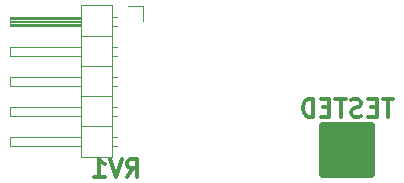
<source format=gbr>
G04 #@! TF.GenerationSoftware,KiCad,Pcbnew,(5.1.5)-3*
G04 #@! TF.CreationDate,2021-08-20T18:11:20-04:00*
G04 #@! TF.ProjectId,AudioAmp380,41756469-6f41-46d7-9033-38302e6b6963,1*
G04 #@! TF.SameCoordinates,Original*
G04 #@! TF.FileFunction,Legend,Bot*
G04 #@! TF.FilePolarity,Positive*
%FSLAX46Y46*%
G04 Gerber Fmt 4.6, Leading zero omitted, Abs format (unit mm)*
G04 Created by KiCad (PCBNEW (5.1.5)-3) date 2021-08-20 18:11:20*
%MOMM*%
%LPD*%
G04 APERTURE LIST*
%ADD10C,0.120000*%
%ADD11C,0.650000*%
%ADD12C,0.304800*%
G04 APERTURE END LIST*
D10*
X59640000Y-76406400D02*
X59640000Y-79006400D01*
X59640000Y-79006400D02*
X57020000Y-79006400D01*
X57020000Y-79006400D02*
X57020000Y-76406400D01*
X57020000Y-76406400D02*
X59640000Y-76406400D01*
X57020000Y-77356400D02*
X57020000Y-78116400D01*
X57020000Y-78116400D02*
X51020000Y-78116400D01*
X51020000Y-78116400D02*
X51020000Y-77356400D01*
X51020000Y-77356400D02*
X57020000Y-77356400D01*
X60070000Y-77356400D02*
X59640000Y-77356400D01*
X60070000Y-78116400D02*
X59640000Y-78116400D01*
X57020000Y-77476400D02*
X51020000Y-77476400D01*
X57020000Y-77596400D02*
X51020000Y-77596400D01*
X57020000Y-77716400D02*
X51020000Y-77716400D01*
X57020000Y-77836400D02*
X51020000Y-77836400D01*
X57020000Y-77956400D02*
X51020000Y-77956400D01*
X57020000Y-78076400D02*
X51020000Y-78076400D01*
X59640000Y-79006400D02*
X59640000Y-81546400D01*
X59640000Y-81546400D02*
X57020000Y-81546400D01*
X57020000Y-81546400D02*
X57020000Y-79006400D01*
X57020000Y-79006400D02*
X59640000Y-79006400D01*
X57020000Y-79896400D02*
X57020000Y-80656400D01*
X57020000Y-80656400D02*
X51020000Y-80656400D01*
X51020000Y-80656400D02*
X51020000Y-79896400D01*
X51020000Y-79896400D02*
X57020000Y-79896400D01*
X60070000Y-79896400D02*
X59640000Y-79896400D01*
X60070000Y-80656400D02*
X59640000Y-80656400D01*
X59640000Y-81546400D02*
X59640000Y-84086400D01*
X59640000Y-84086400D02*
X57020000Y-84086400D01*
X57020000Y-84086400D02*
X57020000Y-81546400D01*
X57020000Y-81546400D02*
X59640000Y-81546400D01*
X57020000Y-82436400D02*
X57020000Y-83196400D01*
X57020000Y-83196400D02*
X51020000Y-83196400D01*
X51020000Y-83196400D02*
X51020000Y-82436400D01*
X51020000Y-82436400D02*
X57020000Y-82436400D01*
X60070000Y-82436400D02*
X59640000Y-82436400D01*
X60070000Y-83196400D02*
X59640000Y-83196400D01*
X59640000Y-84086400D02*
X59640000Y-86626400D01*
X59640000Y-86626400D02*
X57020000Y-86626400D01*
X57020000Y-86626400D02*
X57020000Y-84086400D01*
X57020000Y-84086400D02*
X59640000Y-84086400D01*
X57020000Y-84976400D02*
X57020000Y-85736400D01*
X57020000Y-85736400D02*
X51020000Y-85736400D01*
X51020000Y-85736400D02*
X51020000Y-84976400D01*
X51020000Y-84976400D02*
X57020000Y-84976400D01*
X60070000Y-84976400D02*
X59640000Y-84976400D01*
X60070000Y-85736400D02*
X59640000Y-85736400D01*
X59640000Y-86626400D02*
X59640000Y-89226400D01*
X59640000Y-89226400D02*
X57020000Y-89226400D01*
X57020000Y-89226400D02*
X57020000Y-86626400D01*
X57020000Y-86626400D02*
X59640000Y-86626400D01*
X57020000Y-87516400D02*
X57020000Y-88276400D01*
X57020000Y-88276400D02*
X51020000Y-88276400D01*
X51020000Y-88276400D02*
X51020000Y-87516400D01*
X51020000Y-87516400D02*
X57020000Y-87516400D01*
X60070000Y-87516400D02*
X59640000Y-87516400D01*
X60070000Y-88276400D02*
X59640000Y-88276400D01*
X62250000Y-77736400D02*
X62250000Y-76466400D01*
X62250000Y-76466400D02*
X60980000Y-76466400D01*
D11*
X77522000Y-86658400D02*
X81522000Y-86658400D01*
X81522000Y-86658400D02*
X81522000Y-90658400D01*
X81522000Y-90658400D02*
X77522000Y-90658400D01*
X77522000Y-90658400D02*
X77522000Y-86658400D01*
X77522000Y-86658400D02*
X77522000Y-87158400D01*
X77522000Y-87158400D02*
X81522000Y-87158400D01*
X81522000Y-87158400D02*
X81522000Y-87658400D01*
X81522000Y-87658400D02*
X77522000Y-87658400D01*
X77522000Y-87658400D02*
X77522000Y-88158400D01*
X77522000Y-88158400D02*
X81522000Y-88158400D01*
X81522000Y-88158400D02*
X81522000Y-88658400D01*
X81522000Y-88658400D02*
X77522000Y-88658400D01*
X77522000Y-88658400D02*
X77522000Y-89158400D01*
X77522000Y-89158400D02*
X81022000Y-89158400D01*
X81022000Y-89158400D02*
X81522000Y-89158400D01*
X81522000Y-89158400D02*
X81522000Y-89658400D01*
X81522000Y-89658400D02*
X77522000Y-89658400D01*
X77522000Y-89658400D02*
X77522000Y-90158400D01*
X77522000Y-90158400D02*
X81522000Y-90158400D01*
D12*
X60887142Y-90925828D02*
X61395142Y-90200114D01*
X61758000Y-90925828D02*
X61758000Y-89401828D01*
X61177428Y-89401828D01*
X61032285Y-89474400D01*
X60959714Y-89546971D01*
X60887142Y-89692114D01*
X60887142Y-89909828D01*
X60959714Y-90054971D01*
X61032285Y-90127542D01*
X61177428Y-90200114D01*
X61758000Y-90200114D01*
X60451714Y-89401828D02*
X59943714Y-90925828D01*
X59435714Y-89401828D01*
X58129428Y-90925828D02*
X59000285Y-90925828D01*
X58564857Y-90925828D02*
X58564857Y-89401828D01*
X58710000Y-89619542D01*
X58855142Y-89764685D01*
X59000285Y-89837257D01*
X83404571Y-84323828D02*
X82533714Y-84323828D01*
X82969142Y-85847828D02*
X82969142Y-84323828D01*
X82025714Y-85049542D02*
X81517714Y-85049542D01*
X81300000Y-85847828D02*
X82025714Y-85847828D01*
X82025714Y-84323828D01*
X81300000Y-84323828D01*
X80719428Y-85775257D02*
X80501714Y-85847828D01*
X80138857Y-85847828D01*
X79993714Y-85775257D01*
X79921142Y-85702685D01*
X79848571Y-85557542D01*
X79848571Y-85412400D01*
X79921142Y-85267257D01*
X79993714Y-85194685D01*
X80138857Y-85122114D01*
X80429142Y-85049542D01*
X80574285Y-84976971D01*
X80646857Y-84904400D01*
X80719428Y-84759257D01*
X80719428Y-84614114D01*
X80646857Y-84468971D01*
X80574285Y-84396400D01*
X80429142Y-84323828D01*
X80066285Y-84323828D01*
X79848571Y-84396400D01*
X79413142Y-84323828D02*
X78542285Y-84323828D01*
X78977714Y-85847828D02*
X78977714Y-84323828D01*
X78034285Y-85049542D02*
X77526285Y-85049542D01*
X77308571Y-85847828D02*
X78034285Y-85847828D01*
X78034285Y-84323828D01*
X77308571Y-84323828D01*
X76655428Y-85847828D02*
X76655428Y-84323828D01*
X76292571Y-84323828D01*
X76074857Y-84396400D01*
X75929714Y-84541542D01*
X75857142Y-84686685D01*
X75784571Y-84976971D01*
X75784571Y-85194685D01*
X75857142Y-85484971D01*
X75929714Y-85630114D01*
X76074857Y-85775257D01*
X76292571Y-85847828D01*
X76655428Y-85847828D01*
M02*

</source>
